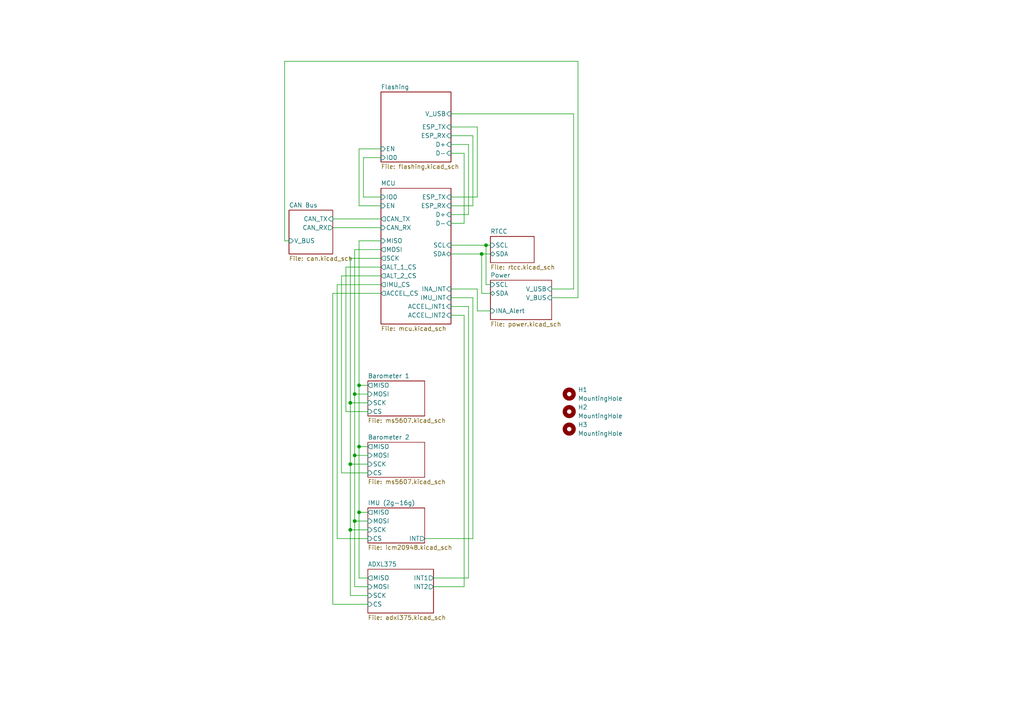
<source format=kicad_sch>
(kicad_sch (version 20250114) (generator "eeschema") (generator_version "9.0")
  (paper "A4")
  (lib_symbols
    (symbol "Mechanical:MountingHole" (pin_names (offset 1.016)) (exclude_from_sim yes) (in_bom no)
      (property "Reference" "H" (at 0 5.08 0))
      (property "Value" "MountingHole" (at 0 3.175 0))
      (symbol "MountingHole_0_1"
        (circle (center 0 0) (radius 1.27) (stroke (width 1.27)))
      )
    )
  )
  (junction (at 101.6 153.67))
  (junction (at 104.14 129.54))
  (junction (at 102.87 132.08))
  (junction (at 104.14 111.76))
  (junction (at 101.6 116.84))
  (junction (at 102.87 151.13))
  (junction (at 104.14 148.59))
  (junction (at 102.87 114.3))
  (junction (at 139.7 73.66))
  (junction (at 101.6 134.62))
  (junction (at 140.97 71.12))
  (wire (pts (xy 96.52 175.26) (xy 96.52 85.09)))
  (wire (pts (xy 101.6 134.62) (xy 106.68 134.62)))
  (wire (pts (xy 138.43 83.82) (xy 138.43 90.17)))
  (wire (pts (xy 110.49 69.85) (xy 104.14 69.85)))
  (wire (pts (xy 102.87 132.08) (xy 106.68 132.08)))
  (wire (pts (xy 166.37 83.82) (xy 166.37 33.02)))
  (wire (pts (xy 167.64 86.36) (xy 160.02 86.36)))
  (wire (pts (xy 106.68 167.64) (xy 104.14 167.64)))
  (wire (pts (xy 138.43 57.15) (xy 130.81 57.15)))
  (wire (pts (xy 134.62 91.44) (xy 134.62 170.18)))
  (wire (pts (xy 167.64 17.78) (xy 167.64 86.36)))
  (wire (pts (xy 96.52 85.09) (xy 110.49 85.09)))
  (wire (pts (xy 142.24 85.09) (xy 139.7 85.09)))
  (wire (pts (xy 137.16 39.37) (xy 130.81 39.37)))
  (wire (pts (xy 138.43 36.83) (xy 138.43 57.15)))
  (wire (pts (xy 102.87 114.3) (xy 102.87 132.08)))
  (wire (pts (xy 110.49 80.01) (xy 99.06 80.01)))
  (wire (pts (xy 100.33 119.38) (xy 106.68 119.38)))
  (wire (pts (xy 104.14 59.69) (xy 110.49 59.69)))
  (wire (pts (xy 125.73 170.18) (xy 134.62 170.18)))
  (wire (pts (xy 104.14 111.76) (xy 106.68 111.76)))
  (wire (pts (xy 104.14 69.85) (xy 104.14 111.76)))
  (wire (pts (xy 83.82 69.85) (xy 82.55 69.85)))
  (wire (pts (xy 106.68 114.3) (xy 102.87 114.3)))
  (wire (pts (xy 106.68 129.54) (xy 104.14 129.54)))
  (wire (pts (xy 110.49 45.72) (xy 105.41 45.72)))
  (wire (pts (xy 105.41 45.72) (xy 105.41 57.15)))
  (wire (pts (xy 101.6 172.72) (xy 101.6 153.67)))
  (wire (pts (xy 106.68 151.13) (xy 102.87 151.13)))
  (wire (pts (xy 104.14 167.64) (xy 104.14 148.59)))
  (wire (pts (xy 96.52 66.04) (xy 110.49 66.04)))
  (wire (pts (xy 100.33 77.47) (xy 100.33 119.38)))
  (wire (pts (xy 137.16 86.36) (xy 137.16 156.21)))
  (wire (pts (xy 135.89 167.64) (xy 135.89 88.9)))
  (wire (pts (xy 142.24 82.55) (xy 140.97 82.55)))
  (wire (pts (xy 130.81 59.69) (xy 137.16 59.69)))
  (wire (pts (xy 134.62 64.77) (xy 134.62 44.45)))
  (wire (pts (xy 130.81 86.36) (xy 137.16 86.36)))
  (wire (pts (xy 130.81 71.12) (xy 140.97 71.12)))
  (wire (pts (xy 106.68 170.18) (xy 102.87 170.18)))
  (wire (pts (xy 130.81 36.83) (xy 138.43 36.83)))
  (wire (pts (xy 110.49 43.18) (xy 104.14 43.18)))
  (wire (pts (xy 99.06 137.16) (xy 106.68 137.16)))
  (wire (pts (xy 137.16 156.21) (xy 123.19 156.21)))
  (wire (pts (xy 166.37 33.02) (xy 130.81 33.02)))
  (wire (pts (xy 138.43 90.17) (xy 142.24 90.17)))
  (wire (pts (xy 160.02 83.82) (xy 166.37 83.82)))
  (wire (pts (xy 130.81 91.44) (xy 134.62 91.44)))
  (wire (pts (xy 102.87 170.18) (xy 102.87 151.13)))
  (wire (pts (xy 97.79 82.55) (xy 97.79 156.21)))
  (wire (pts (xy 96.52 63.5) (xy 110.49 63.5)))
  (wire (pts (xy 130.81 41.91) (xy 135.89 41.91)))
  (wire (pts (xy 137.16 59.69) (xy 137.16 39.37)))
  (wire (pts (xy 130.81 83.82) (xy 138.43 83.82)))
  (wire (pts (xy 99.06 80.01) (xy 99.06 137.16)))
  (wire (pts (xy 82.55 17.78) (xy 167.64 17.78)))
  (wire (pts (xy 130.81 73.66) (xy 139.7 73.66)))
  (wire (pts (xy 135.89 88.9) (xy 130.81 88.9)))
  (wire (pts (xy 104.14 148.59) (xy 104.14 129.54)))
  (wire (pts (xy 139.7 73.66) (xy 142.24 73.66)))
  (wire (pts (xy 102.87 151.13) (xy 102.87 132.08)))
  (wire (pts (xy 101.6 153.67) (xy 101.6 134.62)))
  (wire (pts (xy 97.79 156.21) (xy 106.68 156.21)))
  (wire (pts (xy 140.97 82.55) (xy 140.97 71.12)))
  (wire (pts (xy 82.55 69.85) (xy 82.55 17.78)))
  (wire (pts (xy 139.7 85.09) (xy 139.7 73.66)))
  (wire (pts (xy 135.89 62.23) (xy 130.81 62.23)))
  (wire (pts (xy 110.49 74.93) (xy 101.6 74.93)))
  (wire (pts (xy 130.81 64.77) (xy 134.62 64.77)))
  (wire (pts (xy 106.68 153.67) (xy 101.6 153.67)))
  (wire (pts (xy 110.49 82.55) (xy 97.79 82.55)))
  (wire (pts (xy 135.89 41.91) (xy 135.89 62.23)))
  (wire (pts (xy 106.68 172.72) (xy 101.6 172.72)))
  (wire (pts (xy 101.6 116.84) (xy 101.6 134.62)))
  (wire (pts (xy 101.6 116.84) (xy 106.68 116.84)))
  (wire (pts (xy 106.68 148.59) (xy 104.14 148.59)))
  (wire (pts (xy 105.41 57.15) (xy 110.49 57.15)))
  (wire (pts (xy 130.81 44.45) (xy 134.62 44.45)))
  (wire (pts (xy 104.14 111.76) (xy 104.14 129.54)))
  (wire (pts (xy 104.14 43.18) (xy 104.14 59.69)))
  (wire (pts (xy 125.73 167.64) (xy 135.89 167.64)))
  (wire (pts (xy 102.87 72.39) (xy 102.87 114.3)))
  (wire (pts (xy 140.97 71.12) (xy 142.24 71.12)))
  (wire (pts (xy 110.49 77.47) (xy 100.33 77.47)))
  (wire (pts (xy 96.52 175.26) (xy 106.68 175.26)))
  (wire (pts (xy 102.87 72.39) (xy 110.49 72.39)))
  (wire (pts (xy 101.6 74.93) (xy 101.6 116.84)))
  (symbol (lib_id "Mechanical:MountingHole") (at 165.1 114.3 0) (unit 1) (exclude_from_sim yes) (in_bom no)
    (property "Reference" "H1" (at 167.64 113.0299 0) (effects (justify left)))
    (property "Value" "MountingHole" (at 167.64 115.5699 0) (effects (justify left)))
    (property "Footprint" "MountingHole:MountingHole_3.2mm_M3" (effects (hide yes)))
    (property "Description" "Mounting Hole without connection" (effects (hide yes)))
  )
  (symbol (lib_id "Mechanical:MountingHole") (at 165.1 124.46 0) (unit 1) (exclude_from_sim yes) (in_bom no)
    (property "Reference" "H3" (at 167.64 123.1899 0) (effects (justify left)))
    (property "Value" "MountingHole" (at 167.64 125.7299 0) (effects (justify left)))
    (property "Footprint" "MountingHole:MountingHole_3.2mm_M3" (effects (hide yes)))
    (property "Description" "Mounting Hole without connection" (effects (hide yes)))
  )
  (symbol (lib_id "Mechanical:MountingHole") (at 165.1 119.38 0) (unit 1) (exclude_from_sim yes) (in_bom no)
    (property "Reference" "H2" (at 167.64 118.1099 0) (effects (justify left)))
    (property "Value" "MountingHole" (at 167.64 120.6499 0) (effects (justify left)))
    (property "Footprint" "MountingHole:MountingHole_3.2mm_M3" (effects (hide yes)))
    (property "Description" "Mounting Hole without connection" (effects (hide yes)))
  )
  (sheet (at 106.68 110.49) (size 16.51 10.16) (stroke (width 0.1524))
    (property "Sheetname" "Barometer 1" (at 106.68 109.7784 0) (effects (justify left bottom)))
    (property "Sheetfile" "ms5607.kicad_sch" (at 106.68 121.2346 0) (effects (justify left top)))
    (pin "MOSI" input (at 106.68 114.3 180))
    (pin "MISO" output (at 106.68 111.76 180))
    (pin "CS" input (at 106.68 119.38 180))
    (pin "SCK" input (at 106.68 116.84 180))
  )
  (sheet (at 142.24 81.28) (size 17.78 11.43) (stroke (width 0.1524))
    (property "Sheetname" "Power" (at 142.24 80.5684 0) (effects (justify left bottom)))
    (property "Sheetfile" "power.kicad_sch" (at 142.24 93.2946 0) (effects (justify left top)))
    (pin "INA_Alert" input (at 142.24 90.17 180))
    (pin "V_USB" input (at 160.02 83.82 0))
    (pin "SCL" input (at 142.24 82.55 180))
    (pin "V_BUS" input (at 160.02 86.36 0))
    (pin "SDA" bidirectional (at 142.24 85.09 180))
  )
  (sheet (at 106.68 147.32) (size 16.51 10.16) (stroke (width 0.1524))
    (property "Sheetname" "IMU (2g-16g)" (at 106.68 146.6084 0) (effects (justify left bottom)))
    (property "Sheetfile" "icm20948.kicad_sch" (at 106.68 158.0646 0) (effects (justify left top)))
    (pin "SCK" input (at 106.68 153.67 180))
    (pin "CS" input (at 106.68 156.21 180))
    (pin "MOSI" input (at 106.68 151.13 180))
    (pin "MISO" output (at 106.68 148.59 180))
    (pin "INT" output (at 123.19 156.21 0))
  )
  (sheet (at 110.49 26.67) (size 20.32 20.32) (stroke (width 0.1524))
    (property "Sheetname" "Flashing" (at 110.49 25.9584 0) (effects (justify left bottom)))
    (property "Sheetfile" "flashing.kicad_sch" (at 110.49 47.5746 0) (effects (justify left top)))
    (pin "D+" input (at 130.81 41.91 0))
    (pin "D-" input (at 130.81 44.45 0))
    (pin "V_USB" input (at 130.81 33.02 0))
    (pin "EN" input (at 110.49 43.18 180))
    (pin "IO0" input (at 110.49 45.72 180))
    (pin "ESP_RX" input (at 130.81 39.37 0))
    (pin "ESP_TX" input (at 130.81 36.83 0))
  )
  (sheet (at 106.68 165.1) (size 19.05 12.7) (stroke (width 0.1524))
    (property "Sheetname" "ADXL375" (at 106.68 164.3884 0) (effects (justify left bottom)))
    (property "Sheetfile" "adxl375.kicad_sch" (at 106.68 178.3846 0) (effects (justify left top)))
    (pin "SCK" input (at 106.68 172.72 180))
    (pin "MOSI" input (at 106.68 170.18 180))
    (pin "MISO" output (at 106.68 167.64 180))
    (pin "CS" input (at 106.68 175.26 180))
    (pin "INT2" output (at 125.73 170.18 0))
    (pin "INT1" output (at 125.73 167.64 0))
  )
  (sheet (at 106.68 128.27) (size 16.51 10.16) (stroke (width 0.1524))
    (property "Sheetname" "Barometer 2" (at 106.68 127.5584 0) (effects (justify left bottom)))
    (property "Sheetfile" "ms5607.kicad_sch" (at 106.68 139.0146 0) (effects (justify left top)))
    (pin "MOSI" input (at 106.68 132.08 180))
    (pin "MISO" output (at 106.68 129.54 180))
    (pin "CS" input (at 106.68 137.16 180))
    (pin "SCK" input (at 106.68 134.62 180))
  )
  (sheet (at 110.49 54.61) (size 20.32 39.37) (stroke (width 0.1524))
    (property "Sheetname" "MCU" (at 110.49 53.8984 0) (effects (justify left bottom)))
    (property "Sheetfile" "mcu.kicad_sch" (at 110.49 94.5646 0) (effects (justify left top)))
    (pin "IO0" input (at 110.49 57.15 180))
    (pin "D-" input (at 130.81 64.77 0))
    (pin "D+" input (at 130.81 62.23 0))
    (pin "EN" input (at 110.49 59.69 180))
    (pin "SCL" input (at 130.81 71.12 0))
    (pin "ESP_RX" input (at 130.81 59.69 0))
    (pin "ESP_TX" input (at 130.81 57.15 0))
    (pin "SDA" bidirectional (at 130.81 73.66 0))
    (pin "MOSI" output (at 110.49 72.39 180))
    (pin "MISO" input (at 110.49 69.85 180))
    (pin "SCK" output (at 110.49 74.93 180))
    (pin "ACCEL_CS" output (at 110.49 85.09 180))
    (pin "ALT_2_CS" output (at 110.49 80.01 180))
    (pin "IMU_CS" output (at 110.49 82.55 180))
    (pin "ALT_1_CS" output (at 110.49 77.47 180))
    (pin "ACCEL_INT2" input (at 130.81 91.44 0))
    (pin "ACCEL_INT1" input (at 130.81 88.9 0))
    (pin "INA_INT" input (at 130.81 83.82 0))
    (pin "IMU_INT" input (at 130.81 86.36 0))
    (pin "CAN_TX" output (at 110.49 63.5 180))
    (pin "CAN_RX" input (at 110.49 66.04 180))
  )
  (sheet (at 83.82 60.96) (size 12.7 12.7) (stroke (width 0.1524))
    (property "Sheetname" "CAN Bus" (at 83.82 60.2484 0) (effects (justify left bottom)))
    (property "Sheetfile" "can.kicad_sch" (at 83.82 74.2446 0) (effects (justify left top)))
    (pin "CAN_RX" output (at 96.52 66.04 0))
    (pin "CAN_TX" input (at 96.52 63.5 0))
    (pin "V_BUS" input (at 83.82 69.85 180))
  )
  (sheet (at 142.24 68.58) (size 12.7 7.62) (stroke (width 0.1524))
    (property "Sheetname" "RTCC" (at 142.24 67.8684 0) (effects (justify left bottom)))
    (property "Sheetfile" "rtcc.kicad_sch" (at 142.24 76.7846 0) (effects (justify left top)))
    (pin "SCL" input (at 142.24 71.12 180))
    (pin "SDA" bidirectional (at 142.24 73.66 180))
  )
)
</source>
